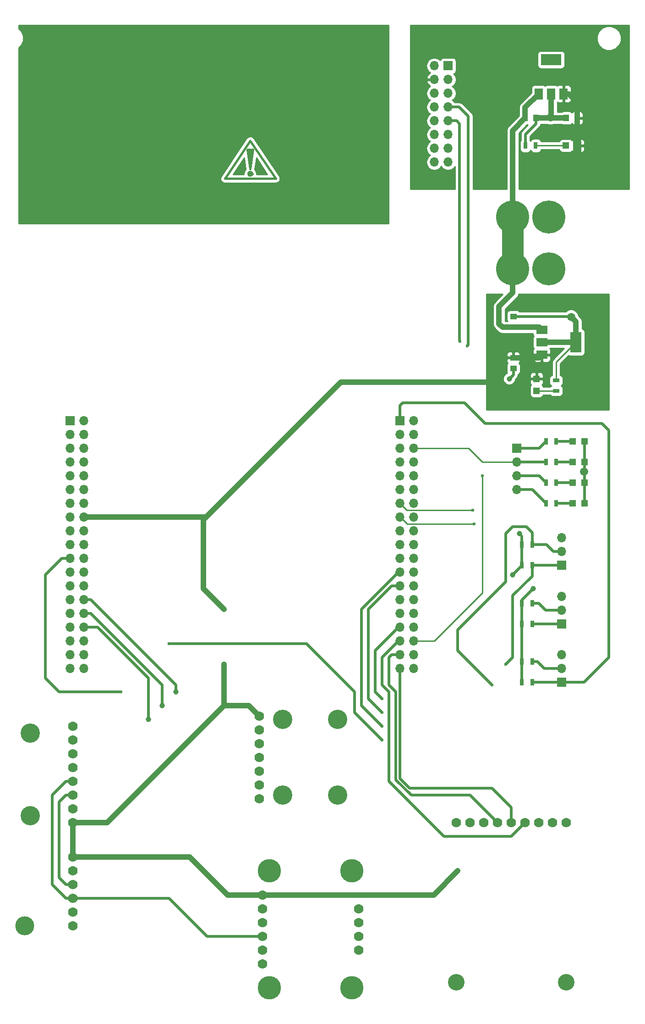
<source format=gtl>
G04 #@! TF.FileFunction,Copper,L1,Top,Signal*
%FSLAX46Y46*%
G04 Gerber Fmt 4.6, Leading zero omitted, Abs format (unit mm)*
G04 Created by KiCad (PCBNEW 4.0.7) date 01/10/18 13:14:11*
%MOMM*%
%LPD*%
G01*
G04 APERTURE LIST*
%ADD10C,0.100000*%
%ADD11C,0.381000*%
%ADD12R,2.000000X3.800000*%
%ADD13R,2.000000X1.500000*%
%ADD14R,1.700000X1.700000*%
%ADD15O,1.700000X1.700000*%
%ADD16R,3.800000X2.000000*%
%ADD17R,1.500000X2.000000*%
%ADD18R,0.700000X1.300000*%
%ADD19R,1.300000X0.700000*%
%ADD20R,1.200000X1.200000*%
%ADD21R,1.000000X1.250000*%
%ADD22R,1.250000X1.000000*%
%ADD23C,1.778000*%
%ADD24C,3.556000*%
%ADD25C,4.318000*%
%ADD26C,3.500000*%
%ADD27C,3.048000*%
%ADD28C,6.100000*%
%ADD29C,1.500000*%
%ADD30C,1.000000*%
%ADD31C,0.600000*%
%ADD32C,1.000000*%
%ADD33C,4.000000*%
%ADD34C,0.500000*%
%ADD35C,0.250000*%
%ADD36C,1.500000*%
%ADD37C,0.254000*%
G04 APERTURE END LIST*
D10*
D11*
X110236000Y-73533000D02*
X114935000Y-80518000D01*
X114935000Y-80518000D02*
X105537000Y-80518000D01*
X105537000Y-80518000D02*
X110236000Y-73533000D01*
X110363000Y-79629000D02*
G75*
G03X110363000Y-79629000I-127000J0D01*
G01*
X110595210Y-79629000D02*
G75*
G03X110595210Y-79629000I-359210J0D01*
G01*
X110236000Y-78740000D02*
X110109000Y-75184000D01*
X110236000Y-78613000D02*
X110363000Y-75184000D01*
X110236000Y-75184000D02*
X110744000Y-75184000D01*
X110744000Y-75184000D02*
X110236000Y-78740000D01*
X110236000Y-78740000D02*
X109728000Y-75184000D01*
X109728000Y-75184000D02*
X110236000Y-75184000D01*
D12*
X170434400Y-110718600D03*
D13*
X164134400Y-110718600D03*
X164134400Y-113018600D03*
X164134400Y-108418600D03*
D14*
X146812000Y-59690000D03*
D15*
X144272000Y-59690000D03*
X146812000Y-62230000D03*
X144272000Y-62230000D03*
X146812000Y-64770000D03*
X144272000Y-64770000D03*
X146812000Y-67310000D03*
X144272000Y-67310000D03*
X146812000Y-69850000D03*
X144272000Y-69850000D03*
X146812000Y-72390000D03*
X144272000Y-72390000D03*
X146812000Y-74930000D03*
X144272000Y-74930000D03*
X146812000Y-77470000D03*
X144272000Y-77470000D03*
D16*
X165862000Y-58572000D03*
D17*
X165862000Y-64872000D03*
X168162000Y-64872000D03*
X163562000Y-64872000D03*
D18*
X160467000Y-169672000D03*
X162367000Y-169672000D03*
X160467000Y-173482000D03*
X162367000Y-173482000D03*
X160467000Y-158877000D03*
X162367000Y-158877000D03*
X164912000Y-140462000D03*
X166812000Y-140462000D03*
X164912000Y-136652000D03*
X166812000Y-136652000D03*
X164912000Y-132842000D03*
X166812000Y-132842000D03*
X164912000Y-129032000D03*
X166812000Y-129032000D03*
X160467000Y-162687000D03*
X162367000Y-162687000D03*
X160467000Y-148082000D03*
X162367000Y-148082000D03*
X160467000Y-151892000D03*
X162367000Y-151892000D03*
X163002000Y-74422000D03*
X161102000Y-74422000D03*
D19*
X166789100Y-119669600D03*
X166789100Y-117769600D03*
D14*
X167767000Y-173482000D03*
D15*
X167767000Y-170942000D03*
X167767000Y-168402000D03*
D14*
X159512000Y-130302000D03*
D15*
X159512000Y-132842000D03*
X159512000Y-135382000D03*
X159512000Y-137922000D03*
D14*
X167767000Y-162687000D03*
D15*
X167767000Y-160147000D03*
X167767000Y-157607000D03*
D14*
X167767000Y-151892000D03*
D15*
X167767000Y-149352000D03*
X167767000Y-146812000D03*
D20*
X169842000Y-140462000D03*
X172042000Y-140462000D03*
X169842000Y-136652000D03*
X172042000Y-136652000D03*
X169842000Y-132842000D03*
X172042000Y-132842000D03*
X169842000Y-129032000D03*
X172042000Y-129032000D03*
X170772000Y-74422000D03*
X168572000Y-74422000D03*
X163156900Y-117479900D03*
X163156900Y-119679900D03*
D21*
X170672000Y-69342000D03*
X168672000Y-69342000D03*
D22*
X158864300Y-113554000D03*
X158864300Y-115554000D03*
D21*
X161052000Y-69342000D03*
X163052000Y-69342000D03*
D22*
X158915100Y-107959400D03*
X158915100Y-105959400D03*
D14*
X137922000Y-125222000D03*
D15*
X140462000Y-125222000D03*
X137922000Y-127762000D03*
X140462000Y-127762000D03*
X137922000Y-130302000D03*
X140462000Y-130302000D03*
X137922000Y-132842000D03*
X140462000Y-132842000D03*
X137922000Y-135382000D03*
X140462000Y-135382000D03*
X137922000Y-137922000D03*
X140462000Y-137922000D03*
X137922000Y-140462000D03*
X140462000Y-140462000D03*
X137922000Y-143002000D03*
X140462000Y-143002000D03*
X137922000Y-145542000D03*
X140462000Y-145542000D03*
X137922000Y-148082000D03*
X140462000Y-148082000D03*
X137922000Y-150622000D03*
X140462000Y-150622000D03*
X137922000Y-153162000D03*
X140462000Y-153162000D03*
X137922000Y-155702000D03*
X140462000Y-155702000D03*
X137922000Y-158242000D03*
X140462000Y-158242000D03*
X137922000Y-160782000D03*
X140462000Y-160782000D03*
X137922000Y-163322000D03*
X140462000Y-163322000D03*
X137922000Y-165862000D03*
X140462000Y-165862000D03*
X137922000Y-168402000D03*
X140462000Y-168402000D03*
X137922000Y-170942000D03*
X140462000Y-170942000D03*
D14*
X76962000Y-125222000D03*
D15*
X79502000Y-125222000D03*
X76962000Y-127762000D03*
X79502000Y-127762000D03*
X76962000Y-130302000D03*
X79502000Y-130302000D03*
X76962000Y-132842000D03*
X79502000Y-132842000D03*
X76962000Y-135382000D03*
X79502000Y-135382000D03*
X76962000Y-137922000D03*
X79502000Y-137922000D03*
X76962000Y-140462000D03*
X79502000Y-140462000D03*
X76962000Y-143002000D03*
X79502000Y-143002000D03*
X76962000Y-145542000D03*
X79502000Y-145542000D03*
X76962000Y-148082000D03*
X79502000Y-148082000D03*
X76962000Y-150622000D03*
X79502000Y-150622000D03*
X76962000Y-153162000D03*
X79502000Y-153162000D03*
X76962000Y-155702000D03*
X79502000Y-155702000D03*
X76962000Y-158242000D03*
X79502000Y-158242000D03*
X76962000Y-160782000D03*
X79502000Y-160782000D03*
X76962000Y-163322000D03*
X79502000Y-163322000D03*
X76962000Y-165862000D03*
X79502000Y-165862000D03*
X76962000Y-168402000D03*
X79502000Y-168402000D03*
X76962000Y-170942000D03*
X79502000Y-170942000D03*
D23*
X77470000Y-199390000D03*
X77470000Y-196850000D03*
X77470000Y-194310000D03*
X77470000Y-191770000D03*
X77470000Y-189230000D03*
X77470000Y-186690000D03*
X77470000Y-184150000D03*
X77470000Y-181610000D03*
D24*
X69596000Y-182880000D03*
X69596000Y-198120000D03*
D23*
X111887000Y-179705000D03*
X111887000Y-182245000D03*
X111887000Y-184785000D03*
X111887000Y-187325000D03*
X111887000Y-189865000D03*
X111887000Y-192405000D03*
X111887000Y-194945000D03*
D24*
X126365000Y-180340000D03*
X126365000Y-194310000D03*
X116205000Y-180340000D03*
X116205000Y-194310000D03*
D23*
X112522000Y-212725000D03*
X112522000Y-215265000D03*
X112522000Y-217805000D03*
X112522000Y-220345000D03*
X112522000Y-222885000D03*
X112522000Y-225425000D03*
X130302000Y-215265000D03*
X130302000Y-217805000D03*
X130302000Y-220345000D03*
X130302000Y-222885000D03*
D25*
X113792000Y-208280000D03*
X113792000Y-229870000D03*
X129032000Y-229870000D03*
X129032000Y-208280000D03*
D23*
X77470000Y-218440000D03*
X77470000Y-215900000D03*
X77470000Y-213360000D03*
X77470000Y-210820000D03*
X77470000Y-208280000D03*
X77470000Y-205740000D03*
D26*
X68580000Y-218440000D03*
D23*
X168656000Y-199390000D03*
X166116000Y-199390000D03*
X163576000Y-199390000D03*
X161036000Y-199390000D03*
X158496000Y-199390000D03*
X155956000Y-199390000D03*
X153416000Y-199390000D03*
X150876000Y-199390000D03*
X148336000Y-199390000D03*
D27*
X168656000Y-228854000D03*
X148336000Y-228854000D03*
D28*
X158750000Y-97155000D03*
X165450000Y-97155000D03*
X158750000Y-87630000D03*
X165450000Y-87630000D03*
D29*
X171958000Y-134620000D03*
D30*
X158115000Y-117475000D03*
D29*
X169545000Y-106045000D03*
X165735000Y-69215000D03*
D30*
X105410000Y-170180000D03*
X105410000Y-160020000D03*
X148590000Y-208280000D03*
X162560000Y-121920000D03*
X160020000Y-146050000D03*
X158750000Y-153670000D03*
X162560000Y-156210000D03*
D29*
X154432000Y-78994000D03*
X161544000Y-79248000D03*
D31*
X148996400Y-110566200D03*
X151366220Y-141721840D03*
X150368000Y-111404400D03*
X151635460Y-144282160D03*
X154940000Y-173990000D03*
X134620000Y-181610000D03*
X153162000Y-135382000D03*
X120650000Y-166370000D03*
X157480000Y-170180000D03*
X134620000Y-184150000D03*
X95250000Y-166370000D03*
X86360000Y-175260000D03*
D30*
X96520000Y-175260000D03*
X93980000Y-177800000D03*
X91440000Y-180340000D03*
D31*
X134620000Y-176530000D03*
X134620000Y-179070000D03*
D32*
X158750000Y-87630000D02*
X158750000Y-71644000D01*
X158750000Y-71644000D02*
X161052000Y-69342000D01*
D33*
X158750000Y-97155000D02*
X158750000Y-87630000D01*
D32*
X158915100Y-107959400D02*
X156854400Y-107959400D01*
X158750000Y-101600000D02*
X158750000Y-97155000D01*
X156210000Y-104140000D02*
X158750000Y-101600000D01*
X156210000Y-107315000D02*
X156210000Y-104140000D01*
X156854400Y-107959400D02*
X156210000Y-107315000D01*
X158915100Y-107959400D02*
X163675200Y-107959400D01*
X163675200Y-107959400D02*
X164134400Y-108418600D01*
X161052000Y-69342000D02*
X161052000Y-67382000D01*
X161052000Y-67382000D02*
X163562000Y-64872000D01*
D34*
X172042000Y-134366000D02*
X172042000Y-134536000D01*
X172042000Y-134536000D02*
X171958000Y-134620000D01*
X172042000Y-140462000D02*
X172042000Y-136652000D01*
X172042000Y-136652000D02*
X172042000Y-134366000D01*
X172042000Y-134366000D02*
X172042000Y-132842000D01*
X172042000Y-132842000D02*
X172042000Y-129032000D01*
X161102000Y-74422000D02*
X161102000Y-72324000D01*
X163052000Y-70374000D02*
X163052000Y-69342000D01*
X161102000Y-72324000D02*
X163052000Y-70374000D01*
X158864300Y-115554000D02*
X158864300Y-116725700D01*
X158864300Y-116725700D02*
X158115000Y-117475000D01*
X158915100Y-105959400D02*
X169459400Y-105959400D01*
D32*
X170434400Y-106934400D02*
X170434400Y-110718600D01*
X170434400Y-106934400D02*
X169545000Y-106045000D01*
D34*
X169459400Y-105959400D02*
X169545000Y-106045000D01*
D32*
X164134400Y-110718600D02*
X170434400Y-110718600D01*
X168672000Y-69342000D02*
X165862000Y-69342000D01*
X165862000Y-69342000D02*
X165735000Y-69215000D01*
X163052000Y-69342000D02*
X165608000Y-69342000D01*
X165862000Y-69088000D02*
X165735000Y-69215000D01*
X165862000Y-69088000D02*
X165862000Y-64872000D01*
X165608000Y-69342000D02*
X165735000Y-69215000D01*
D35*
X166789100Y-117769600D02*
X166789100Y-114363900D01*
X166789100Y-114363900D02*
X170434400Y-110718600D01*
D32*
X102870000Y-142240000D02*
X101600000Y-143510000D01*
X105410000Y-170180000D02*
X105410000Y-177800000D01*
X105410000Y-160020000D02*
X101600000Y-156210000D01*
X101600000Y-156210000D02*
X101600000Y-143510000D01*
X144145000Y-212725000D02*
X148590000Y-208280000D01*
X112522000Y-212725000D02*
X144145000Y-212725000D01*
D34*
X160467000Y-173482000D02*
X160467000Y-169672000D01*
X160467000Y-148082000D02*
X160467000Y-146497000D01*
X160467000Y-146497000D02*
X160020000Y-146050000D01*
X160467000Y-158877000D02*
X160467000Y-158303000D01*
X160467000Y-158303000D02*
X162560000Y-156210000D01*
X158750000Y-153670000D02*
X160467000Y-151953000D01*
X160467000Y-151953000D02*
X160467000Y-151892000D01*
X160467000Y-169672000D02*
X160467000Y-162687000D01*
D32*
X77470000Y-205740000D02*
X99060000Y-205740000D01*
X106045000Y-212725000D02*
X112522000Y-212725000D01*
X99060000Y-205740000D02*
X106045000Y-212725000D01*
X105410000Y-177800000D02*
X109982000Y-177800000D01*
X109982000Y-177800000D02*
X111887000Y-179705000D01*
X77470000Y-199390000D02*
X83820000Y-199390000D01*
X83820000Y-199390000D02*
X105410000Y-177800000D01*
X77470000Y-205740000D02*
X77470000Y-199390000D01*
X79502000Y-143002000D02*
X102108000Y-143002000D01*
X102108000Y-143002000D02*
X102870000Y-142240000D01*
X102870000Y-142240000D02*
X127000000Y-118110000D01*
X127000000Y-118110000D02*
X154940000Y-118110000D01*
D34*
X160467000Y-162687000D02*
X160467000Y-158877000D01*
X160467000Y-151892000D02*
X160467000Y-148082000D01*
D35*
X163156900Y-117479900D02*
X163156900Y-115595400D01*
X164134400Y-114617900D02*
X164134400Y-113018600D01*
X163156900Y-115595400D02*
X164134400Y-114617900D01*
D32*
X158864300Y-113554000D02*
X163599000Y-113554000D01*
X163599000Y-113554000D02*
X164134400Y-113018600D01*
D36*
X170672000Y-73660000D02*
X170672000Y-77486000D01*
X168910000Y-79248000D02*
X161544000Y-79248000D01*
X170672000Y-77486000D02*
X168910000Y-79248000D01*
D32*
X170672000Y-69342000D02*
X170672000Y-73660000D01*
X170672000Y-73660000D02*
X170672000Y-74322000D01*
X170672000Y-74322000D02*
X170772000Y-74422000D01*
X168162000Y-64872000D02*
X169189800Y-64872000D01*
X170672000Y-66354200D02*
X170672000Y-69342000D01*
X169189800Y-64872000D02*
X170672000Y-66354200D01*
D35*
X166789100Y-119669600D02*
X163167200Y-119669600D01*
X163167200Y-119669600D02*
X163156900Y-119679900D01*
X168572000Y-74422000D02*
X163002000Y-74422000D01*
D34*
X166812000Y-129032000D02*
X169842000Y-129032000D01*
X169842000Y-132842000D02*
X166812000Y-132842000D01*
X166812000Y-136652000D02*
X169842000Y-136652000D01*
X169842000Y-140462000D02*
X166812000Y-140462000D01*
X137922000Y-125222000D02*
X137922000Y-122428000D01*
X171958000Y-173482000D02*
X167767000Y-173482000D01*
X176530000Y-168910000D02*
X171958000Y-173482000D01*
X176530000Y-127000000D02*
X176530000Y-168910000D01*
X175260000Y-125730000D02*
X176530000Y-127000000D01*
X153670000Y-125730000D02*
X175260000Y-125730000D01*
X149860000Y-121920000D02*
X153670000Y-125730000D01*
X138430000Y-121920000D02*
X149860000Y-121920000D01*
X137922000Y-122428000D02*
X138430000Y-121920000D01*
X167767000Y-173482000D02*
X162367000Y-173482000D01*
D35*
X140462000Y-130302000D02*
X150622000Y-130302000D01*
X153162000Y-132842000D02*
X159512000Y-132842000D01*
X150622000Y-130302000D02*
X153162000Y-132842000D01*
D34*
X159512000Y-132842000D02*
X164912000Y-132842000D01*
X146812000Y-69850000D02*
X148386800Y-69850000D01*
X148920200Y-110490000D02*
X148996400Y-110566200D01*
X148920200Y-70383400D02*
X148920200Y-110490000D01*
X148386800Y-69850000D02*
X148920200Y-70383400D01*
D35*
X151363680Y-141724380D02*
X151366220Y-141721840D01*
X139192000Y-141724380D02*
X151363680Y-141724380D01*
X137929620Y-140462000D02*
X139192000Y-141724380D01*
X137922000Y-140462000D02*
X137929620Y-140462000D01*
D34*
X159512000Y-135382000D02*
X163642000Y-135382000D01*
X163642000Y-135382000D02*
X164912000Y-136652000D01*
X148869400Y-67310000D02*
X146812000Y-67310000D01*
X150558500Y-68999100D02*
X148869400Y-67310000D01*
X150558500Y-111213900D02*
X150558500Y-68999100D01*
X150368000Y-111404400D02*
X150558500Y-111213900D01*
D35*
X139235180Y-144269460D02*
X151622760Y-144269460D01*
X151622760Y-144269460D02*
X151635460Y-144282160D01*
X137967720Y-143002000D02*
X139235180Y-144269460D01*
X137922000Y-143002000D02*
X137967720Y-143002000D01*
X137922000Y-143002000D02*
X137922000Y-143009620D01*
D34*
X159512000Y-137922000D02*
X162372000Y-137922000D01*
X162372000Y-137922000D02*
X164912000Y-140462000D01*
X77470000Y-210820000D02*
X76200000Y-210820000D01*
X76200000Y-194310000D02*
X77470000Y-194310000D01*
X74930000Y-195580000D02*
X76200000Y-194310000D01*
X74930000Y-209550000D02*
X74930000Y-195580000D01*
X76200000Y-210820000D02*
X74930000Y-209550000D01*
X162367000Y-145857000D02*
X162367000Y-148082000D01*
X161290000Y-144780000D02*
X162367000Y-145857000D01*
X158750000Y-144780000D02*
X161290000Y-144780000D01*
X157480000Y-146050000D02*
X158750000Y-144780000D01*
X157480000Y-154940000D02*
X157480000Y-146050000D01*
X148590000Y-163830000D02*
X157480000Y-154940000D01*
X148590000Y-167640000D02*
X148590000Y-163830000D01*
X154940000Y-173990000D02*
X148590000Y-167640000D01*
X162367000Y-148082000D02*
X165036500Y-148082000D01*
X166306500Y-149352000D02*
X167767000Y-149352000D01*
X165036500Y-148082000D02*
X166306500Y-149352000D01*
X137922000Y-153162000D02*
X137668000Y-153162000D01*
X137668000Y-153162000D02*
X130810000Y-160020000D01*
X130810000Y-160020000D02*
X130810000Y-177800000D01*
X130810000Y-177800000D02*
X134620000Y-181610000D01*
X167767000Y-170942000D02*
X164617400Y-170942000D01*
X163347400Y-169672000D02*
X162367000Y-169672000D01*
X164617400Y-170942000D02*
X163347400Y-169672000D01*
D35*
X144272000Y-165862000D02*
X153162000Y-156972000D01*
X153162000Y-156972000D02*
X153162000Y-135382000D01*
X140462000Y-165862000D02*
X144272000Y-165862000D01*
D34*
X159512000Y-130302000D02*
X163642000Y-130302000D01*
X163642000Y-130302000D02*
X164912000Y-129032000D01*
X137922000Y-168402000D02*
X136398000Y-168402000D01*
X150876000Y-194310000D02*
X155956000Y-199390000D01*
X139980048Y-194310000D02*
X150876000Y-194310000D01*
X137160000Y-191489952D02*
X139980048Y-194310000D01*
X137160000Y-175260000D02*
X137160000Y-191489952D01*
X135890000Y-173990000D02*
X137160000Y-175260000D01*
X135890000Y-168910000D02*
X135890000Y-173990000D01*
X136398000Y-168402000D02*
X135890000Y-168910000D01*
X137922000Y-170942000D02*
X137922000Y-191262000D01*
X158496000Y-196596000D02*
X158496000Y-199390000D01*
X154940000Y-193040000D02*
X158496000Y-196596000D01*
X139700000Y-193040000D02*
X154940000Y-193040000D01*
X137922000Y-191262000D02*
X139700000Y-193040000D01*
X77470000Y-213360000D02*
X76200000Y-213360000D01*
X76200000Y-191770000D02*
X77470000Y-191770000D01*
X73660000Y-194310000D02*
X76200000Y-191770000D01*
X73660000Y-210820000D02*
X73660000Y-194310000D01*
X76200000Y-213360000D02*
X73660000Y-210820000D01*
X112522000Y-220345000D02*
X102235000Y-220345000D01*
X95250000Y-213360000D02*
X77470000Y-213360000D01*
X102235000Y-220345000D02*
X95250000Y-213360000D01*
X76962000Y-150622000D02*
X75438000Y-150622000D01*
X162367000Y-153863000D02*
X162367000Y-151892000D01*
X158750000Y-157480000D02*
X162367000Y-153863000D01*
X158750000Y-168910000D02*
X158750000Y-157480000D01*
X157480000Y-170180000D02*
X158750000Y-168910000D01*
X129540000Y-179070000D02*
X134620000Y-184150000D01*
X129540000Y-175260000D02*
X129540000Y-179070000D01*
X120650000Y-166370000D02*
X129540000Y-175260000D01*
X95250000Y-166370000D02*
X120650000Y-166370000D01*
X74930000Y-175260000D02*
X86360000Y-175260000D01*
X72390000Y-172720000D02*
X74930000Y-175260000D01*
X72390000Y-153670000D02*
X72390000Y-172720000D01*
X75438000Y-150622000D02*
X72390000Y-153670000D01*
X162367000Y-151892000D02*
X167767000Y-151892000D01*
X162367000Y-151892000D02*
X162687000Y-151892000D01*
X79502000Y-158242000D02*
X80772000Y-158242000D01*
X96520000Y-173990000D02*
X96520000Y-175260000D01*
X80772000Y-158242000D02*
X96520000Y-173990000D01*
X79502000Y-160782000D02*
X80772000Y-160782000D01*
X93980000Y-173990000D02*
X93980000Y-177800000D01*
X80772000Y-160782000D02*
X93980000Y-173990000D01*
X79502000Y-163322000D02*
X82042000Y-163322000D01*
X91440000Y-172720000D02*
X91440000Y-180340000D01*
X82042000Y-163322000D02*
X91440000Y-172720000D01*
X137922000Y-163322000D02*
X137668000Y-163322000D01*
X137668000Y-163322000D02*
X133350000Y-167640000D01*
X133350000Y-167640000D02*
X133350000Y-175260000D01*
X133350000Y-175260000D02*
X134620000Y-176530000D01*
X162367000Y-162687000D02*
X167767000Y-162687000D01*
X137922000Y-155702000D02*
X136398000Y-155702000D01*
X132080000Y-176530000D02*
X134620000Y-179070000D01*
X132080000Y-160020000D02*
X132080000Y-176530000D01*
X136398000Y-155702000D02*
X132080000Y-160020000D01*
X167767000Y-160147000D02*
X164871400Y-160147000D01*
X164871400Y-160147000D02*
X163601400Y-158877000D01*
X163601400Y-158877000D02*
X162367000Y-158877000D01*
X137922000Y-165862000D02*
X137668000Y-165862000D01*
X137668000Y-165862000D02*
X134620000Y-168910000D01*
X134620000Y-168910000D02*
X134620000Y-173990000D01*
X134620000Y-173990000D02*
X135890000Y-175260000D01*
X135890000Y-175260000D02*
X135890000Y-182880000D01*
X135890000Y-182880000D02*
X135890000Y-191770000D01*
X135890000Y-191770000D02*
X139700000Y-195580000D01*
X139700000Y-195580000D02*
X146050000Y-201930000D01*
X146050000Y-201930000D02*
X158496000Y-201930000D01*
X158496000Y-201930000D02*
X161036000Y-199390000D01*
D37*
G36*
X180213000Y-82423000D02*
X159885000Y-82423000D01*
X159885000Y-72114132D01*
X161384692Y-70614440D01*
X161552000Y-70614440D01*
X161561830Y-70612590D01*
X160476210Y-71698210D01*
X160284367Y-71985325D01*
X160284367Y-71985326D01*
X160216999Y-72324000D01*
X160217000Y-72324005D01*
X160217000Y-73430203D01*
X160155569Y-73520110D01*
X160104560Y-73772000D01*
X160104560Y-75072000D01*
X160148838Y-75307317D01*
X160287910Y-75523441D01*
X160500110Y-75668431D01*
X160752000Y-75719440D01*
X161452000Y-75719440D01*
X161687317Y-75675162D01*
X161903441Y-75536090D01*
X162048431Y-75323890D01*
X162051081Y-75310803D01*
X162187910Y-75523441D01*
X162400110Y-75668431D01*
X162652000Y-75719440D01*
X163352000Y-75719440D01*
X163587317Y-75675162D01*
X163803441Y-75536090D01*
X163948431Y-75323890D01*
X163977164Y-75182000D01*
X167354666Y-75182000D01*
X167368838Y-75257317D01*
X167507910Y-75473441D01*
X167720110Y-75618431D01*
X167972000Y-75669440D01*
X169172000Y-75669440D01*
X169407317Y-75625162D01*
X169623441Y-75486090D01*
X169669969Y-75417994D01*
X169812302Y-75560327D01*
X170045691Y-75657000D01*
X170486250Y-75657000D01*
X170645000Y-75498250D01*
X170645000Y-74549000D01*
X170899000Y-74549000D01*
X170899000Y-75498250D01*
X171057750Y-75657000D01*
X171498309Y-75657000D01*
X171731698Y-75560327D01*
X171910327Y-75381699D01*
X172007000Y-75148310D01*
X172007000Y-74707750D01*
X171848250Y-74549000D01*
X170899000Y-74549000D01*
X170645000Y-74549000D01*
X170625000Y-74549000D01*
X170625000Y-74295000D01*
X170645000Y-74295000D01*
X170645000Y-73345750D01*
X170899000Y-73345750D01*
X170899000Y-74295000D01*
X171848250Y-74295000D01*
X172007000Y-74136250D01*
X172007000Y-73695690D01*
X171910327Y-73462301D01*
X171731698Y-73283673D01*
X171498309Y-73187000D01*
X171057750Y-73187000D01*
X170899000Y-73345750D01*
X170645000Y-73345750D01*
X170486250Y-73187000D01*
X170045691Y-73187000D01*
X169812302Y-73283673D01*
X169671064Y-73424910D01*
X169636090Y-73370559D01*
X169423890Y-73225569D01*
X169172000Y-73174560D01*
X167972000Y-73174560D01*
X167736683Y-73218838D01*
X167520559Y-73357910D01*
X167375569Y-73570110D01*
X167356961Y-73662000D01*
X163978742Y-73662000D01*
X163955162Y-73536683D01*
X163816090Y-73320559D01*
X163603890Y-73175569D01*
X163352000Y-73124560D01*
X162652000Y-73124560D01*
X162416683Y-73168838D01*
X162200559Y-73307910D01*
X162055569Y-73520110D01*
X162052919Y-73533197D01*
X161987000Y-73430756D01*
X161987000Y-72690580D01*
X163677787Y-70999792D01*
X163677790Y-70999790D01*
X163869633Y-70712675D01*
X163914225Y-70488499D01*
X163932095Y-70477000D01*
X165162662Y-70477000D01*
X165458298Y-70599759D01*
X166009285Y-70600240D01*
X166307549Y-70477000D01*
X167793614Y-70477000D01*
X167920110Y-70563431D01*
X168172000Y-70614440D01*
X169172000Y-70614440D01*
X169407317Y-70570162D01*
X169623441Y-70431090D01*
X169669969Y-70362994D01*
X169812302Y-70505327D01*
X170045691Y-70602000D01*
X170386250Y-70602000D01*
X170545000Y-70443250D01*
X170545000Y-69469000D01*
X170799000Y-69469000D01*
X170799000Y-70443250D01*
X170957750Y-70602000D01*
X171298309Y-70602000D01*
X171531698Y-70505327D01*
X171710327Y-70326699D01*
X171807000Y-70093310D01*
X171807000Y-69627750D01*
X171648250Y-69469000D01*
X170799000Y-69469000D01*
X170545000Y-69469000D01*
X170525000Y-69469000D01*
X170525000Y-69215000D01*
X170545000Y-69215000D01*
X170545000Y-68240750D01*
X170799000Y-68240750D01*
X170799000Y-69215000D01*
X171648250Y-69215000D01*
X171807000Y-69056250D01*
X171807000Y-68590690D01*
X171710327Y-68357301D01*
X171531698Y-68178673D01*
X171298309Y-68082000D01*
X170957750Y-68082000D01*
X170799000Y-68240750D01*
X170545000Y-68240750D01*
X170386250Y-68082000D01*
X170045691Y-68082000D01*
X169812302Y-68178673D01*
X169671064Y-68319910D01*
X169636090Y-68265559D01*
X169423890Y-68120569D01*
X169172000Y-68069560D01*
X168172000Y-68069560D01*
X167936683Y-68113838D01*
X167791905Y-68207000D01*
X166997000Y-68207000D01*
X166997000Y-66378844D01*
X167011492Y-66369518D01*
X167052301Y-66410327D01*
X167285690Y-66507000D01*
X167876250Y-66507000D01*
X168035000Y-66348250D01*
X168035000Y-64999000D01*
X168289000Y-64999000D01*
X168289000Y-66348250D01*
X168447750Y-66507000D01*
X169038310Y-66507000D01*
X169271699Y-66410327D01*
X169450327Y-66231698D01*
X169547000Y-65998309D01*
X169547000Y-65157750D01*
X169388250Y-64999000D01*
X168289000Y-64999000D01*
X168035000Y-64999000D01*
X168015000Y-64999000D01*
X168015000Y-64745000D01*
X168035000Y-64745000D01*
X168035000Y-63395750D01*
X168289000Y-63395750D01*
X168289000Y-64745000D01*
X169388250Y-64745000D01*
X169547000Y-64586250D01*
X169547000Y-63745691D01*
X169450327Y-63512302D01*
X169271699Y-63333673D01*
X169038310Y-63237000D01*
X168447750Y-63237000D01*
X168289000Y-63395750D01*
X168035000Y-63395750D01*
X167876250Y-63237000D01*
X167285690Y-63237000D01*
X167052301Y-63333673D01*
X167010340Y-63375634D01*
X166863890Y-63275569D01*
X166612000Y-63224560D01*
X165112000Y-63224560D01*
X164876683Y-63268838D01*
X164710523Y-63375759D01*
X164563890Y-63275569D01*
X164312000Y-63224560D01*
X162812000Y-63224560D01*
X162576683Y-63268838D01*
X162360559Y-63407910D01*
X162215569Y-63620110D01*
X162164560Y-63872000D01*
X162164560Y-64664308D01*
X160249434Y-66579434D01*
X160003397Y-66947654D01*
X159917000Y-67382000D01*
X159917000Y-68655569D01*
X159904560Y-68717000D01*
X159904560Y-68884308D01*
X157947434Y-70841434D01*
X157701397Y-71209654D01*
X157615000Y-71644000D01*
X157615000Y-82423000D01*
X151443500Y-82423000D01*
X151443500Y-68999105D01*
X151443501Y-68999100D01*
X151376133Y-68660425D01*
X151329538Y-68590690D01*
X151184290Y-68373310D01*
X151184287Y-68373308D01*
X149495190Y-66684210D01*
X149208075Y-66492367D01*
X149151884Y-66481190D01*
X148869400Y-66424999D01*
X148869395Y-66425000D01*
X148001432Y-66425000D01*
X147891147Y-66259946D01*
X147561974Y-66040000D01*
X147891147Y-65820054D01*
X148213054Y-65338285D01*
X148326093Y-64770000D01*
X148213054Y-64201715D01*
X147891147Y-63719946D01*
X147561974Y-63500000D01*
X147891147Y-63280054D01*
X148213054Y-62798285D01*
X148326093Y-62230000D01*
X148213054Y-61661715D01*
X147891147Y-61179946D01*
X147849548Y-61152150D01*
X147897317Y-61143162D01*
X148113441Y-61004090D01*
X148258431Y-60791890D01*
X148309440Y-60540000D01*
X148309440Y-58840000D01*
X148265162Y-58604683D01*
X148126090Y-58388559D01*
X147913890Y-58243569D01*
X147662000Y-58192560D01*
X145962000Y-58192560D01*
X145726683Y-58236838D01*
X145510559Y-58375910D01*
X145365569Y-58588110D01*
X145354159Y-58644454D01*
X145351147Y-58639946D01*
X144869378Y-58318039D01*
X144301093Y-58205000D01*
X144242907Y-58205000D01*
X143674622Y-58318039D01*
X143192853Y-58639946D01*
X142870946Y-59121715D01*
X142757907Y-59690000D01*
X142870946Y-60258285D01*
X143192853Y-60740054D01*
X143533553Y-60967702D01*
X143390642Y-61034817D01*
X143000355Y-61463076D01*
X142830524Y-61873110D01*
X142951845Y-62103000D01*
X144145000Y-62103000D01*
X144145000Y-62083000D01*
X144399000Y-62083000D01*
X144399000Y-62103000D01*
X144419000Y-62103000D01*
X144419000Y-62357000D01*
X144399000Y-62357000D01*
X144399000Y-62377000D01*
X144145000Y-62377000D01*
X144145000Y-62357000D01*
X142951845Y-62357000D01*
X142830524Y-62586890D01*
X143000355Y-62996924D01*
X143390642Y-63425183D01*
X143533553Y-63492298D01*
X143192853Y-63719946D01*
X142870946Y-64201715D01*
X142757907Y-64770000D01*
X142870946Y-65338285D01*
X143192853Y-65820054D01*
X143522026Y-66040000D01*
X143192853Y-66259946D01*
X142870946Y-66741715D01*
X142757907Y-67310000D01*
X142870946Y-67878285D01*
X143192853Y-68360054D01*
X143522026Y-68580000D01*
X143192853Y-68799946D01*
X142870946Y-69281715D01*
X142757907Y-69850000D01*
X142870946Y-70418285D01*
X143192853Y-70900054D01*
X143522026Y-71120000D01*
X143192853Y-71339946D01*
X142870946Y-71821715D01*
X142757907Y-72390000D01*
X142870946Y-72958285D01*
X143192853Y-73440054D01*
X143522026Y-73660000D01*
X143192853Y-73879946D01*
X142870946Y-74361715D01*
X142757907Y-74930000D01*
X142870946Y-75498285D01*
X143192853Y-75980054D01*
X143522026Y-76200000D01*
X143192853Y-76419946D01*
X142870946Y-76901715D01*
X142757907Y-77470000D01*
X142870946Y-78038285D01*
X143192853Y-78520054D01*
X143674622Y-78841961D01*
X144242907Y-78955000D01*
X144301093Y-78955000D01*
X144869378Y-78841961D01*
X145351147Y-78520054D01*
X145542000Y-78234422D01*
X145732853Y-78520054D01*
X146214622Y-78841961D01*
X146782907Y-78955000D01*
X146841093Y-78955000D01*
X147409378Y-78841961D01*
X147891147Y-78520054D01*
X148035200Y-78304463D01*
X148035200Y-82423000D01*
X139827000Y-82423000D01*
X139827000Y-57572000D01*
X163314560Y-57572000D01*
X163314560Y-59572000D01*
X163358838Y-59807317D01*
X163497910Y-60023441D01*
X163710110Y-60168431D01*
X163962000Y-60219440D01*
X167762000Y-60219440D01*
X167997317Y-60175162D01*
X168213441Y-60036090D01*
X168358431Y-59823890D01*
X168409440Y-59572000D01*
X168409440Y-57572000D01*
X168365162Y-57336683D01*
X168226090Y-57120559D01*
X168013890Y-56975569D01*
X167762000Y-56924560D01*
X163962000Y-56924560D01*
X163726683Y-56968838D01*
X163510559Y-57107910D01*
X163365569Y-57320110D01*
X163314560Y-57572000D01*
X139827000Y-57572000D01*
X139827000Y-55052619D01*
X174294613Y-55052619D01*
X174634155Y-55874372D01*
X175262321Y-56503636D01*
X176083481Y-56844611D01*
X176972619Y-56845387D01*
X177794372Y-56505845D01*
X178423636Y-55877679D01*
X178764611Y-55056519D01*
X178765387Y-54167381D01*
X178425845Y-53345628D01*
X177797679Y-52716364D01*
X176976519Y-52375389D01*
X176087381Y-52374613D01*
X175265628Y-52714155D01*
X174636364Y-53342321D01*
X174295389Y-54163481D01*
X174294613Y-55052619D01*
X139827000Y-55052619D01*
X139827000Y-52197000D01*
X180213000Y-52197000D01*
X180213000Y-82423000D01*
X180213000Y-82423000D01*
G37*
X180213000Y-82423000D02*
X159885000Y-82423000D01*
X159885000Y-72114132D01*
X161384692Y-70614440D01*
X161552000Y-70614440D01*
X161561830Y-70612590D01*
X160476210Y-71698210D01*
X160284367Y-71985325D01*
X160284367Y-71985326D01*
X160216999Y-72324000D01*
X160217000Y-72324005D01*
X160217000Y-73430203D01*
X160155569Y-73520110D01*
X160104560Y-73772000D01*
X160104560Y-75072000D01*
X160148838Y-75307317D01*
X160287910Y-75523441D01*
X160500110Y-75668431D01*
X160752000Y-75719440D01*
X161452000Y-75719440D01*
X161687317Y-75675162D01*
X161903441Y-75536090D01*
X162048431Y-75323890D01*
X162051081Y-75310803D01*
X162187910Y-75523441D01*
X162400110Y-75668431D01*
X162652000Y-75719440D01*
X163352000Y-75719440D01*
X163587317Y-75675162D01*
X163803441Y-75536090D01*
X163948431Y-75323890D01*
X163977164Y-75182000D01*
X167354666Y-75182000D01*
X167368838Y-75257317D01*
X167507910Y-75473441D01*
X167720110Y-75618431D01*
X167972000Y-75669440D01*
X169172000Y-75669440D01*
X169407317Y-75625162D01*
X169623441Y-75486090D01*
X169669969Y-75417994D01*
X169812302Y-75560327D01*
X170045691Y-75657000D01*
X170486250Y-75657000D01*
X170645000Y-75498250D01*
X170645000Y-74549000D01*
X170899000Y-74549000D01*
X170899000Y-75498250D01*
X171057750Y-75657000D01*
X171498309Y-75657000D01*
X171731698Y-75560327D01*
X171910327Y-75381699D01*
X172007000Y-75148310D01*
X172007000Y-74707750D01*
X171848250Y-74549000D01*
X170899000Y-74549000D01*
X170645000Y-74549000D01*
X170625000Y-74549000D01*
X170625000Y-74295000D01*
X170645000Y-74295000D01*
X170645000Y-73345750D01*
X170899000Y-73345750D01*
X170899000Y-74295000D01*
X171848250Y-74295000D01*
X172007000Y-74136250D01*
X172007000Y-73695690D01*
X171910327Y-73462301D01*
X171731698Y-73283673D01*
X171498309Y-73187000D01*
X171057750Y-73187000D01*
X170899000Y-73345750D01*
X170645000Y-73345750D01*
X170486250Y-73187000D01*
X170045691Y-73187000D01*
X169812302Y-73283673D01*
X169671064Y-73424910D01*
X169636090Y-73370559D01*
X169423890Y-73225569D01*
X169172000Y-73174560D01*
X167972000Y-73174560D01*
X167736683Y-73218838D01*
X167520559Y-73357910D01*
X167375569Y-73570110D01*
X167356961Y-73662000D01*
X163978742Y-73662000D01*
X163955162Y-73536683D01*
X163816090Y-73320559D01*
X163603890Y-73175569D01*
X163352000Y-73124560D01*
X162652000Y-73124560D01*
X162416683Y-73168838D01*
X162200559Y-73307910D01*
X162055569Y-73520110D01*
X162052919Y-73533197D01*
X161987000Y-73430756D01*
X161987000Y-72690580D01*
X163677787Y-70999792D01*
X163677790Y-70999790D01*
X163869633Y-70712675D01*
X163914225Y-70488499D01*
X163932095Y-70477000D01*
X165162662Y-70477000D01*
X165458298Y-70599759D01*
X166009285Y-70600240D01*
X166307549Y-70477000D01*
X167793614Y-70477000D01*
X167920110Y-70563431D01*
X168172000Y-70614440D01*
X169172000Y-70614440D01*
X169407317Y-70570162D01*
X169623441Y-70431090D01*
X169669969Y-70362994D01*
X169812302Y-70505327D01*
X170045691Y-70602000D01*
X170386250Y-70602000D01*
X170545000Y-70443250D01*
X170545000Y-69469000D01*
X170799000Y-69469000D01*
X170799000Y-70443250D01*
X170957750Y-70602000D01*
X171298309Y-70602000D01*
X171531698Y-70505327D01*
X171710327Y-70326699D01*
X171807000Y-70093310D01*
X171807000Y-69627750D01*
X171648250Y-69469000D01*
X170799000Y-69469000D01*
X170545000Y-69469000D01*
X170525000Y-69469000D01*
X170525000Y-69215000D01*
X170545000Y-69215000D01*
X170545000Y-68240750D01*
X170799000Y-68240750D01*
X170799000Y-69215000D01*
X171648250Y-69215000D01*
X171807000Y-69056250D01*
X171807000Y-68590690D01*
X171710327Y-68357301D01*
X171531698Y-68178673D01*
X171298309Y-68082000D01*
X170957750Y-68082000D01*
X170799000Y-68240750D01*
X170545000Y-68240750D01*
X170386250Y-68082000D01*
X170045691Y-68082000D01*
X169812302Y-68178673D01*
X169671064Y-68319910D01*
X169636090Y-68265559D01*
X169423890Y-68120569D01*
X169172000Y-68069560D01*
X168172000Y-68069560D01*
X167936683Y-68113838D01*
X167791905Y-68207000D01*
X166997000Y-68207000D01*
X166997000Y-66378844D01*
X167011492Y-66369518D01*
X167052301Y-66410327D01*
X167285690Y-66507000D01*
X167876250Y-66507000D01*
X168035000Y-66348250D01*
X168035000Y-64999000D01*
X168289000Y-64999000D01*
X168289000Y-66348250D01*
X168447750Y-66507000D01*
X169038310Y-66507000D01*
X169271699Y-66410327D01*
X169450327Y-66231698D01*
X169547000Y-65998309D01*
X169547000Y-65157750D01*
X169388250Y-64999000D01*
X168289000Y-64999000D01*
X168035000Y-64999000D01*
X168015000Y-64999000D01*
X168015000Y-64745000D01*
X168035000Y-64745000D01*
X168035000Y-63395750D01*
X168289000Y-63395750D01*
X168289000Y-64745000D01*
X169388250Y-64745000D01*
X169547000Y-64586250D01*
X169547000Y-63745691D01*
X169450327Y-63512302D01*
X169271699Y-63333673D01*
X169038310Y-63237000D01*
X168447750Y-63237000D01*
X168289000Y-63395750D01*
X168035000Y-63395750D01*
X167876250Y-63237000D01*
X167285690Y-63237000D01*
X167052301Y-63333673D01*
X167010340Y-63375634D01*
X166863890Y-63275569D01*
X166612000Y-63224560D01*
X165112000Y-63224560D01*
X164876683Y-63268838D01*
X164710523Y-63375759D01*
X164563890Y-63275569D01*
X164312000Y-63224560D01*
X162812000Y-63224560D01*
X162576683Y-63268838D01*
X162360559Y-63407910D01*
X162215569Y-63620110D01*
X162164560Y-63872000D01*
X162164560Y-64664308D01*
X160249434Y-66579434D01*
X160003397Y-66947654D01*
X159917000Y-67382000D01*
X159917000Y-68655569D01*
X159904560Y-68717000D01*
X159904560Y-68884308D01*
X157947434Y-70841434D01*
X157701397Y-71209654D01*
X157615000Y-71644000D01*
X157615000Y-82423000D01*
X151443500Y-82423000D01*
X151443500Y-68999105D01*
X151443501Y-68999100D01*
X151376133Y-68660425D01*
X151329538Y-68590690D01*
X151184290Y-68373310D01*
X151184287Y-68373308D01*
X149495190Y-66684210D01*
X149208075Y-66492367D01*
X149151884Y-66481190D01*
X148869400Y-66424999D01*
X148869395Y-66425000D01*
X148001432Y-66425000D01*
X147891147Y-66259946D01*
X147561974Y-66040000D01*
X147891147Y-65820054D01*
X148213054Y-65338285D01*
X148326093Y-64770000D01*
X148213054Y-64201715D01*
X147891147Y-63719946D01*
X147561974Y-63500000D01*
X147891147Y-63280054D01*
X148213054Y-62798285D01*
X148326093Y-62230000D01*
X148213054Y-61661715D01*
X147891147Y-61179946D01*
X147849548Y-61152150D01*
X147897317Y-61143162D01*
X148113441Y-61004090D01*
X148258431Y-60791890D01*
X148309440Y-60540000D01*
X148309440Y-58840000D01*
X148265162Y-58604683D01*
X148126090Y-58388559D01*
X147913890Y-58243569D01*
X147662000Y-58192560D01*
X145962000Y-58192560D01*
X145726683Y-58236838D01*
X145510559Y-58375910D01*
X145365569Y-58588110D01*
X145354159Y-58644454D01*
X145351147Y-58639946D01*
X144869378Y-58318039D01*
X144301093Y-58205000D01*
X144242907Y-58205000D01*
X143674622Y-58318039D01*
X143192853Y-58639946D01*
X142870946Y-59121715D01*
X142757907Y-59690000D01*
X142870946Y-60258285D01*
X143192853Y-60740054D01*
X143533553Y-60967702D01*
X143390642Y-61034817D01*
X143000355Y-61463076D01*
X142830524Y-61873110D01*
X142951845Y-62103000D01*
X144145000Y-62103000D01*
X144145000Y-62083000D01*
X144399000Y-62083000D01*
X144399000Y-62103000D01*
X144419000Y-62103000D01*
X144419000Y-62357000D01*
X144399000Y-62357000D01*
X144399000Y-62377000D01*
X144145000Y-62377000D01*
X144145000Y-62357000D01*
X142951845Y-62357000D01*
X142830524Y-62586890D01*
X143000355Y-62996924D01*
X143390642Y-63425183D01*
X143533553Y-63492298D01*
X143192853Y-63719946D01*
X142870946Y-64201715D01*
X142757907Y-64770000D01*
X142870946Y-65338285D01*
X143192853Y-65820054D01*
X143522026Y-66040000D01*
X143192853Y-66259946D01*
X142870946Y-66741715D01*
X142757907Y-67310000D01*
X142870946Y-67878285D01*
X143192853Y-68360054D01*
X143522026Y-68580000D01*
X143192853Y-68799946D01*
X142870946Y-69281715D01*
X142757907Y-69850000D01*
X142870946Y-70418285D01*
X143192853Y-70900054D01*
X143522026Y-71120000D01*
X143192853Y-71339946D01*
X142870946Y-71821715D01*
X142757907Y-72390000D01*
X142870946Y-72958285D01*
X143192853Y-73440054D01*
X143522026Y-73660000D01*
X143192853Y-73879946D01*
X142870946Y-74361715D01*
X142757907Y-74930000D01*
X142870946Y-75498285D01*
X143192853Y-75980054D01*
X143522026Y-76200000D01*
X143192853Y-76419946D01*
X142870946Y-76901715D01*
X142757907Y-77470000D01*
X142870946Y-78038285D01*
X143192853Y-78520054D01*
X143674622Y-78841961D01*
X144242907Y-78955000D01*
X144301093Y-78955000D01*
X144869378Y-78841961D01*
X145351147Y-78520054D01*
X145542000Y-78234422D01*
X145732853Y-78520054D01*
X146214622Y-78841961D01*
X146782907Y-78955000D01*
X146841093Y-78955000D01*
X147409378Y-78841961D01*
X147891147Y-78520054D01*
X148035200Y-78304463D01*
X148035200Y-82423000D01*
X139827000Y-82423000D01*
X139827000Y-57572000D01*
X163314560Y-57572000D01*
X163314560Y-59572000D01*
X163358838Y-59807317D01*
X163497910Y-60023441D01*
X163710110Y-60168431D01*
X163962000Y-60219440D01*
X167762000Y-60219440D01*
X167997317Y-60175162D01*
X168213441Y-60036090D01*
X168358431Y-59823890D01*
X168409440Y-59572000D01*
X168409440Y-57572000D01*
X168365162Y-57336683D01*
X168226090Y-57120559D01*
X168013890Y-56975569D01*
X167762000Y-56924560D01*
X163962000Y-56924560D01*
X163726683Y-56968838D01*
X163510559Y-57107910D01*
X163365569Y-57320110D01*
X163314560Y-57572000D01*
X139827000Y-57572000D01*
X139827000Y-55052619D01*
X174294613Y-55052619D01*
X174634155Y-55874372D01*
X175262321Y-56503636D01*
X176083481Y-56844611D01*
X176972619Y-56845387D01*
X177794372Y-56505845D01*
X178423636Y-55877679D01*
X178764611Y-55056519D01*
X178765387Y-54167381D01*
X178425845Y-53345628D01*
X177797679Y-52716364D01*
X176976519Y-52375389D01*
X176087381Y-52374613D01*
X175265628Y-52714155D01*
X174636364Y-53342321D01*
X174295389Y-54163481D01*
X174294613Y-55052619D01*
X139827000Y-55052619D01*
X139827000Y-52197000D01*
X180213000Y-52197000D01*
X180213000Y-82423000D01*
G36*
X155407434Y-103337434D02*
X155161397Y-103705654D01*
X155075000Y-104140000D01*
X155075000Y-107315000D01*
X155161397Y-107749346D01*
X155407434Y-108117566D01*
X156051834Y-108761966D01*
X156420054Y-109008003D01*
X156854400Y-109094400D01*
X158228669Y-109094400D01*
X158290100Y-109106840D01*
X159540100Y-109106840D01*
X159606213Y-109094400D01*
X162486960Y-109094400D01*
X162486960Y-109168600D01*
X162531238Y-109403917D01*
X162638159Y-109570077D01*
X162537969Y-109716710D01*
X162486960Y-109968600D01*
X162486960Y-111468600D01*
X162531238Y-111703917D01*
X162636882Y-111868092D01*
X162596073Y-111908901D01*
X162499400Y-112142290D01*
X162499400Y-112732850D01*
X162658150Y-112891600D01*
X164007400Y-112891600D01*
X164007400Y-112871600D01*
X164261400Y-112871600D01*
X164261400Y-112891600D01*
X165610650Y-112891600D01*
X165769400Y-112732850D01*
X165769400Y-112142290D01*
X165672727Y-111908901D01*
X165630766Y-111866940D01*
X165639881Y-111853600D01*
X168224598Y-111853600D01*
X166251699Y-113826499D01*
X166086952Y-114073061D01*
X166029100Y-114363900D01*
X166029100Y-116792858D01*
X165903783Y-116816438D01*
X165687659Y-116955510D01*
X165542669Y-117167710D01*
X165491660Y-117419600D01*
X165491660Y-118119600D01*
X165535938Y-118354917D01*
X165675010Y-118571041D01*
X165887210Y-118716031D01*
X165900297Y-118718681D01*
X165687659Y-118855510D01*
X165650701Y-118909600D01*
X164372296Y-118909600D01*
X164360062Y-118844583D01*
X164220990Y-118628459D01*
X164152894Y-118581931D01*
X164295227Y-118439598D01*
X164391900Y-118206209D01*
X164391900Y-117765650D01*
X164233150Y-117606900D01*
X163283900Y-117606900D01*
X163283900Y-117626900D01*
X163029900Y-117626900D01*
X163029900Y-117606900D01*
X162080650Y-117606900D01*
X161921900Y-117765650D01*
X161921900Y-118206209D01*
X162018573Y-118439598D01*
X162159810Y-118580836D01*
X162105459Y-118615810D01*
X161960469Y-118828010D01*
X161909460Y-119079900D01*
X161909460Y-120279900D01*
X161953738Y-120515217D01*
X162092810Y-120731341D01*
X162305010Y-120876331D01*
X162556900Y-120927340D01*
X163756900Y-120927340D01*
X163992217Y-120883062D01*
X164208341Y-120743990D01*
X164353331Y-120531790D01*
X164374025Y-120429600D01*
X165648343Y-120429600D01*
X165675010Y-120471041D01*
X165887210Y-120616031D01*
X166139100Y-120667040D01*
X167439100Y-120667040D01*
X167674417Y-120622762D01*
X167890541Y-120483690D01*
X168035531Y-120271490D01*
X168086540Y-120019600D01*
X168086540Y-119319600D01*
X168042262Y-119084283D01*
X167903190Y-118868159D01*
X167690990Y-118723169D01*
X167677903Y-118720519D01*
X167890541Y-118583690D01*
X168035531Y-118371490D01*
X168086540Y-118119600D01*
X168086540Y-117419600D01*
X168042262Y-117184283D01*
X167903190Y-116968159D01*
X167690990Y-116823169D01*
X167549100Y-116794436D01*
X167549100Y-114678702D01*
X169081671Y-113146131D01*
X169182510Y-113215031D01*
X169434400Y-113266040D01*
X171434400Y-113266040D01*
X171669717Y-113221762D01*
X171885841Y-113082690D01*
X172030831Y-112870490D01*
X172081840Y-112618600D01*
X172081840Y-108818600D01*
X172037562Y-108583283D01*
X171898490Y-108367159D01*
X171686290Y-108222169D01*
X171569400Y-108198498D01*
X171569400Y-106934400D01*
X171564705Y-106910797D01*
X171483004Y-106500055D01*
X171236967Y-106131834D01*
X170930193Y-105825060D01*
X170930240Y-105770715D01*
X170719831Y-105261485D01*
X170330564Y-104871539D01*
X169821702Y-104660241D01*
X169270715Y-104659760D01*
X168761485Y-104870169D01*
X168556898Y-105074400D01*
X160046944Y-105074400D01*
X160004190Y-105007959D01*
X159791990Y-104862969D01*
X159540100Y-104811960D01*
X158290100Y-104811960D01*
X158054783Y-104856238D01*
X157838659Y-104995310D01*
X157693669Y-105207510D01*
X157642660Y-105459400D01*
X157642660Y-106459400D01*
X157686938Y-106694717D01*
X157770387Y-106824400D01*
X157345000Y-106824400D01*
X157345000Y-104610132D01*
X159552566Y-102402567D01*
X159798603Y-102034346D01*
X159834476Y-101854000D01*
X176530000Y-101854000D01*
X176530000Y-123190000D01*
X153924000Y-123190000D01*
X153924000Y-117699775D01*
X156979803Y-117699775D01*
X157152233Y-118117086D01*
X157471235Y-118436645D01*
X157888244Y-118609803D01*
X158339775Y-118610197D01*
X158757086Y-118437767D01*
X159076645Y-118118765D01*
X159249803Y-117701756D01*
X159249899Y-117591680D01*
X159490087Y-117351492D01*
X159490090Y-117351490D01*
X159681933Y-117064375D01*
X159703588Y-116955510D01*
X159743753Y-116753591D01*
X161921900Y-116753591D01*
X161921900Y-117194150D01*
X162080650Y-117352900D01*
X163029900Y-117352900D01*
X163029900Y-116403650D01*
X163283900Y-116403650D01*
X163283900Y-117352900D01*
X164233150Y-117352900D01*
X164391900Y-117194150D01*
X164391900Y-116753591D01*
X164295227Y-116520202D01*
X164116599Y-116341573D01*
X163883210Y-116244900D01*
X163442650Y-116244900D01*
X163283900Y-116403650D01*
X163029900Y-116403650D01*
X162871150Y-116244900D01*
X162430590Y-116244900D01*
X162197201Y-116341573D01*
X162018573Y-116520202D01*
X161921900Y-116753591D01*
X159743753Y-116753591D01*
X159749301Y-116725700D01*
X159749300Y-116725695D01*
X159749300Y-116641279D01*
X159940741Y-116518090D01*
X160085731Y-116305890D01*
X160136740Y-116054000D01*
X160136740Y-115054000D01*
X160092462Y-114818683D01*
X159953390Y-114602559D01*
X159885294Y-114556031D01*
X160027627Y-114413698D01*
X160124300Y-114180309D01*
X160124300Y-113839750D01*
X159965550Y-113681000D01*
X158991300Y-113681000D01*
X158991300Y-113701000D01*
X158737300Y-113701000D01*
X158737300Y-113681000D01*
X157763050Y-113681000D01*
X157604300Y-113839750D01*
X157604300Y-114180309D01*
X157700973Y-114413698D01*
X157842210Y-114554936D01*
X157787859Y-114589910D01*
X157642869Y-114802110D01*
X157591860Y-115054000D01*
X157591860Y-116054000D01*
X157636138Y-116289317D01*
X157715169Y-116412135D01*
X157472914Y-116512233D01*
X157153355Y-116831235D01*
X156980197Y-117248244D01*
X156979803Y-117699775D01*
X153924000Y-117699775D01*
X153924000Y-112927691D01*
X157604300Y-112927691D01*
X157604300Y-113268250D01*
X157763050Y-113427000D01*
X158737300Y-113427000D01*
X158737300Y-112577750D01*
X158991300Y-112577750D01*
X158991300Y-113427000D01*
X159965550Y-113427000D01*
X160088200Y-113304350D01*
X162499400Y-113304350D01*
X162499400Y-113894910D01*
X162596073Y-114128299D01*
X162774702Y-114306927D01*
X163008091Y-114403600D01*
X163848650Y-114403600D01*
X164007400Y-114244850D01*
X164007400Y-113145600D01*
X164261400Y-113145600D01*
X164261400Y-114244850D01*
X164420150Y-114403600D01*
X165260709Y-114403600D01*
X165494098Y-114306927D01*
X165672727Y-114128299D01*
X165769400Y-113894910D01*
X165769400Y-113304350D01*
X165610650Y-113145600D01*
X164261400Y-113145600D01*
X164007400Y-113145600D01*
X162658150Y-113145600D01*
X162499400Y-113304350D01*
X160088200Y-113304350D01*
X160124300Y-113268250D01*
X160124300Y-112927691D01*
X160027627Y-112694302D01*
X159848999Y-112515673D01*
X159615610Y-112419000D01*
X159150050Y-112419000D01*
X158991300Y-112577750D01*
X158737300Y-112577750D01*
X158578550Y-112419000D01*
X158112990Y-112419000D01*
X157879601Y-112515673D01*
X157700973Y-112694302D01*
X157604300Y-112927691D01*
X153924000Y-112927691D01*
X153924000Y-101854000D01*
X156890867Y-101854000D01*
X155407434Y-103337434D01*
X155407434Y-103337434D01*
G37*
X155407434Y-103337434D02*
X155161397Y-103705654D01*
X155075000Y-104140000D01*
X155075000Y-107315000D01*
X155161397Y-107749346D01*
X155407434Y-108117566D01*
X156051834Y-108761966D01*
X156420054Y-109008003D01*
X156854400Y-109094400D01*
X158228669Y-109094400D01*
X158290100Y-109106840D01*
X159540100Y-109106840D01*
X159606213Y-109094400D01*
X162486960Y-109094400D01*
X162486960Y-109168600D01*
X162531238Y-109403917D01*
X162638159Y-109570077D01*
X162537969Y-109716710D01*
X162486960Y-109968600D01*
X162486960Y-111468600D01*
X162531238Y-111703917D01*
X162636882Y-111868092D01*
X162596073Y-111908901D01*
X162499400Y-112142290D01*
X162499400Y-112732850D01*
X162658150Y-112891600D01*
X164007400Y-112891600D01*
X164007400Y-112871600D01*
X164261400Y-112871600D01*
X164261400Y-112891600D01*
X165610650Y-112891600D01*
X165769400Y-112732850D01*
X165769400Y-112142290D01*
X165672727Y-111908901D01*
X165630766Y-111866940D01*
X165639881Y-111853600D01*
X168224598Y-111853600D01*
X166251699Y-113826499D01*
X166086952Y-114073061D01*
X166029100Y-114363900D01*
X166029100Y-116792858D01*
X165903783Y-116816438D01*
X165687659Y-116955510D01*
X165542669Y-117167710D01*
X165491660Y-117419600D01*
X165491660Y-118119600D01*
X165535938Y-118354917D01*
X165675010Y-118571041D01*
X165887210Y-118716031D01*
X165900297Y-118718681D01*
X165687659Y-118855510D01*
X165650701Y-118909600D01*
X164372296Y-118909600D01*
X164360062Y-118844583D01*
X164220990Y-118628459D01*
X164152894Y-118581931D01*
X164295227Y-118439598D01*
X164391900Y-118206209D01*
X164391900Y-117765650D01*
X164233150Y-117606900D01*
X163283900Y-117606900D01*
X163283900Y-117626900D01*
X163029900Y-117626900D01*
X163029900Y-117606900D01*
X162080650Y-117606900D01*
X161921900Y-117765650D01*
X161921900Y-118206209D01*
X162018573Y-118439598D01*
X162159810Y-118580836D01*
X162105459Y-118615810D01*
X161960469Y-118828010D01*
X161909460Y-119079900D01*
X161909460Y-120279900D01*
X161953738Y-120515217D01*
X162092810Y-120731341D01*
X162305010Y-120876331D01*
X162556900Y-120927340D01*
X163756900Y-120927340D01*
X163992217Y-120883062D01*
X164208341Y-120743990D01*
X164353331Y-120531790D01*
X164374025Y-120429600D01*
X165648343Y-120429600D01*
X165675010Y-120471041D01*
X165887210Y-120616031D01*
X166139100Y-120667040D01*
X167439100Y-120667040D01*
X167674417Y-120622762D01*
X167890541Y-120483690D01*
X168035531Y-120271490D01*
X168086540Y-120019600D01*
X168086540Y-119319600D01*
X168042262Y-119084283D01*
X167903190Y-118868159D01*
X167690990Y-118723169D01*
X167677903Y-118720519D01*
X167890541Y-118583690D01*
X168035531Y-118371490D01*
X168086540Y-118119600D01*
X168086540Y-117419600D01*
X168042262Y-117184283D01*
X167903190Y-116968159D01*
X167690990Y-116823169D01*
X167549100Y-116794436D01*
X167549100Y-114678702D01*
X169081671Y-113146131D01*
X169182510Y-113215031D01*
X169434400Y-113266040D01*
X171434400Y-113266040D01*
X171669717Y-113221762D01*
X171885841Y-113082690D01*
X172030831Y-112870490D01*
X172081840Y-112618600D01*
X172081840Y-108818600D01*
X172037562Y-108583283D01*
X171898490Y-108367159D01*
X171686290Y-108222169D01*
X171569400Y-108198498D01*
X171569400Y-106934400D01*
X171564705Y-106910797D01*
X171483004Y-106500055D01*
X171236967Y-106131834D01*
X170930193Y-105825060D01*
X170930240Y-105770715D01*
X170719831Y-105261485D01*
X170330564Y-104871539D01*
X169821702Y-104660241D01*
X169270715Y-104659760D01*
X168761485Y-104870169D01*
X168556898Y-105074400D01*
X160046944Y-105074400D01*
X160004190Y-105007959D01*
X159791990Y-104862969D01*
X159540100Y-104811960D01*
X158290100Y-104811960D01*
X158054783Y-104856238D01*
X157838659Y-104995310D01*
X157693669Y-105207510D01*
X157642660Y-105459400D01*
X157642660Y-106459400D01*
X157686938Y-106694717D01*
X157770387Y-106824400D01*
X157345000Y-106824400D01*
X157345000Y-104610132D01*
X159552566Y-102402567D01*
X159798603Y-102034346D01*
X159834476Y-101854000D01*
X176530000Y-101854000D01*
X176530000Y-123190000D01*
X153924000Y-123190000D01*
X153924000Y-117699775D01*
X156979803Y-117699775D01*
X157152233Y-118117086D01*
X157471235Y-118436645D01*
X157888244Y-118609803D01*
X158339775Y-118610197D01*
X158757086Y-118437767D01*
X159076645Y-118118765D01*
X159249803Y-117701756D01*
X159249899Y-117591680D01*
X159490087Y-117351492D01*
X159490090Y-117351490D01*
X159681933Y-117064375D01*
X159703588Y-116955510D01*
X159743753Y-116753591D01*
X161921900Y-116753591D01*
X161921900Y-117194150D01*
X162080650Y-117352900D01*
X163029900Y-117352900D01*
X163029900Y-116403650D01*
X163283900Y-116403650D01*
X163283900Y-117352900D01*
X164233150Y-117352900D01*
X164391900Y-117194150D01*
X164391900Y-116753591D01*
X164295227Y-116520202D01*
X164116599Y-116341573D01*
X163883210Y-116244900D01*
X163442650Y-116244900D01*
X163283900Y-116403650D01*
X163029900Y-116403650D01*
X162871150Y-116244900D01*
X162430590Y-116244900D01*
X162197201Y-116341573D01*
X162018573Y-116520202D01*
X161921900Y-116753591D01*
X159743753Y-116753591D01*
X159749301Y-116725700D01*
X159749300Y-116725695D01*
X159749300Y-116641279D01*
X159940741Y-116518090D01*
X160085731Y-116305890D01*
X160136740Y-116054000D01*
X160136740Y-115054000D01*
X160092462Y-114818683D01*
X159953390Y-114602559D01*
X159885294Y-114556031D01*
X160027627Y-114413698D01*
X160124300Y-114180309D01*
X160124300Y-113839750D01*
X159965550Y-113681000D01*
X158991300Y-113681000D01*
X158991300Y-113701000D01*
X158737300Y-113701000D01*
X158737300Y-113681000D01*
X157763050Y-113681000D01*
X157604300Y-113839750D01*
X157604300Y-114180309D01*
X157700973Y-114413698D01*
X157842210Y-114554936D01*
X157787859Y-114589910D01*
X157642869Y-114802110D01*
X157591860Y-115054000D01*
X157591860Y-116054000D01*
X157636138Y-116289317D01*
X157715169Y-116412135D01*
X157472914Y-116512233D01*
X157153355Y-116831235D01*
X156980197Y-117248244D01*
X156979803Y-117699775D01*
X153924000Y-117699775D01*
X153924000Y-112927691D01*
X157604300Y-112927691D01*
X157604300Y-113268250D01*
X157763050Y-113427000D01*
X158737300Y-113427000D01*
X158737300Y-112577750D01*
X158991300Y-112577750D01*
X158991300Y-113427000D01*
X159965550Y-113427000D01*
X160088200Y-113304350D01*
X162499400Y-113304350D01*
X162499400Y-113894910D01*
X162596073Y-114128299D01*
X162774702Y-114306927D01*
X163008091Y-114403600D01*
X163848650Y-114403600D01*
X164007400Y-114244850D01*
X164007400Y-113145600D01*
X164261400Y-113145600D01*
X164261400Y-114244850D01*
X164420150Y-114403600D01*
X165260709Y-114403600D01*
X165494098Y-114306927D01*
X165672727Y-114128299D01*
X165769400Y-113894910D01*
X165769400Y-113304350D01*
X165610650Y-113145600D01*
X164261400Y-113145600D01*
X164007400Y-113145600D01*
X162658150Y-113145600D01*
X162499400Y-113304350D01*
X160088200Y-113304350D01*
X160124300Y-113268250D01*
X160124300Y-112927691D01*
X160027627Y-112694302D01*
X159848999Y-112515673D01*
X159615610Y-112419000D01*
X159150050Y-112419000D01*
X158991300Y-112577750D01*
X158737300Y-112577750D01*
X158578550Y-112419000D01*
X158112990Y-112419000D01*
X157879601Y-112515673D01*
X157700973Y-112694302D01*
X157604300Y-112927691D01*
X153924000Y-112927691D01*
X153924000Y-101854000D01*
X156890867Y-101854000D01*
X155407434Y-103337434D01*
G36*
X135763000Y-88773000D02*
X67437000Y-88773000D01*
X67437000Y-80518000D01*
X104711500Y-80518000D01*
X104727111Y-80596483D01*
X104726860Y-80676506D01*
X104758225Y-80752906D01*
X104774337Y-80833905D01*
X104818795Y-80900441D01*
X104849186Y-80974468D01*
X104907401Y-81033049D01*
X104953283Y-81101717D01*
X105019819Y-81146175D01*
X105076225Y-81202936D01*
X105152426Y-81234780D01*
X105221095Y-81280663D01*
X105299579Y-81296274D01*
X105373413Y-81327129D01*
X105456000Y-81327388D01*
X105537000Y-81343500D01*
X114935000Y-81343500D01*
X115016000Y-81327388D01*
X115098587Y-81327129D01*
X115172419Y-81296275D01*
X115250905Y-81280663D01*
X115319577Y-81234778D01*
X115395775Y-81202935D01*
X115452178Y-81146177D01*
X115518717Y-81101717D01*
X115564602Y-81033046D01*
X115622814Y-80974467D01*
X115653204Y-80900442D01*
X115697663Y-80833905D01*
X115713775Y-80752904D01*
X115745140Y-80676505D01*
X115744889Y-80596483D01*
X115760500Y-80518000D01*
X115744388Y-80437000D01*
X115744129Y-80354412D01*
X115713274Y-80280579D01*
X115697663Y-80202095D01*
X115651778Y-80133424D01*
X115619935Y-80057225D01*
X110920936Y-73072225D01*
X110808424Y-72960417D01*
X110696775Y-72848065D01*
X110694342Y-72847048D01*
X110692468Y-72845186D01*
X110545745Y-72784950D01*
X110399587Y-72723871D01*
X110396948Y-72723863D01*
X110394506Y-72722860D01*
X110236000Y-72723358D01*
X110077494Y-72722860D01*
X110075052Y-72723863D01*
X110072413Y-72723871D01*
X109926188Y-72784978D01*
X109779532Y-72845186D01*
X109777660Y-72847047D01*
X109775225Y-72848064D01*
X109663496Y-72960496D01*
X109551064Y-73072225D01*
X104852064Y-80057225D01*
X104820220Y-80133426D01*
X104774337Y-80202095D01*
X104758726Y-80280579D01*
X104727871Y-80354413D01*
X104727612Y-80437000D01*
X104711500Y-80518000D01*
X67437000Y-80518000D01*
X67437000Y-56373448D01*
X67933636Y-55877679D01*
X67945153Y-55849943D01*
X67955360Y-55844610D01*
X68111554Y-55449203D01*
X68274611Y-55056519D01*
X68274629Y-55036381D01*
X68282026Y-55017654D01*
X68275016Y-54592575D01*
X68275387Y-54167381D01*
X68267697Y-54148770D01*
X68267365Y-54128637D01*
X67955360Y-53375390D01*
X67946155Y-53370580D01*
X67935845Y-53345628D01*
X67437000Y-52845911D01*
X67437000Y-52197000D01*
X135763000Y-52197000D01*
X135763000Y-88773000D01*
X135763000Y-88773000D01*
G37*
X135763000Y-88773000D02*
X67437000Y-88773000D01*
X67437000Y-80518000D01*
X104711500Y-80518000D01*
X104727111Y-80596483D01*
X104726860Y-80676506D01*
X104758225Y-80752906D01*
X104774337Y-80833905D01*
X104818795Y-80900441D01*
X104849186Y-80974468D01*
X104907401Y-81033049D01*
X104953283Y-81101717D01*
X105019819Y-81146175D01*
X105076225Y-81202936D01*
X105152426Y-81234780D01*
X105221095Y-81280663D01*
X105299579Y-81296274D01*
X105373413Y-81327129D01*
X105456000Y-81327388D01*
X105537000Y-81343500D01*
X114935000Y-81343500D01*
X115016000Y-81327388D01*
X115098587Y-81327129D01*
X115172419Y-81296275D01*
X115250905Y-81280663D01*
X115319577Y-81234778D01*
X115395775Y-81202935D01*
X115452178Y-81146177D01*
X115518717Y-81101717D01*
X115564602Y-81033046D01*
X115622814Y-80974467D01*
X115653204Y-80900442D01*
X115697663Y-80833905D01*
X115713775Y-80752904D01*
X115745140Y-80676505D01*
X115744889Y-80596483D01*
X115760500Y-80518000D01*
X115744388Y-80437000D01*
X115744129Y-80354412D01*
X115713274Y-80280579D01*
X115697663Y-80202095D01*
X115651778Y-80133424D01*
X115619935Y-80057225D01*
X110920936Y-73072225D01*
X110808424Y-72960417D01*
X110696775Y-72848065D01*
X110694342Y-72847048D01*
X110692468Y-72845186D01*
X110545745Y-72784950D01*
X110399587Y-72723871D01*
X110396948Y-72723863D01*
X110394506Y-72722860D01*
X110236000Y-72723358D01*
X110077494Y-72722860D01*
X110075052Y-72723863D01*
X110072413Y-72723871D01*
X109926188Y-72784978D01*
X109779532Y-72845186D01*
X109777660Y-72847047D01*
X109775225Y-72848064D01*
X109663496Y-72960496D01*
X109551064Y-73072225D01*
X104852064Y-80057225D01*
X104820220Y-80133426D01*
X104774337Y-80202095D01*
X104758726Y-80280579D01*
X104727871Y-80354413D01*
X104727612Y-80437000D01*
X104711500Y-80518000D01*
X67437000Y-80518000D01*
X67437000Y-56373448D01*
X67933636Y-55877679D01*
X67945153Y-55849943D01*
X67955360Y-55844610D01*
X68111554Y-55449203D01*
X68274611Y-55056519D01*
X68274629Y-55036381D01*
X68282026Y-55017654D01*
X68275016Y-54592575D01*
X68275387Y-54167381D01*
X68267697Y-54148770D01*
X68267365Y-54128637D01*
X67955360Y-53375390D01*
X67946155Y-53370580D01*
X67935845Y-53345628D01*
X67437000Y-52845911D01*
X67437000Y-52197000D01*
X135763000Y-52197000D01*
X135763000Y-88773000D01*
G36*
X109408473Y-78784476D02*
X109398284Y-78791284D01*
X109141471Y-79175631D01*
X109051290Y-79629000D01*
X109063921Y-79692500D01*
X107087248Y-79692500D01*
X109108886Y-76687363D01*
X109408473Y-78784476D01*
X109408473Y-78784476D01*
G37*
X109408473Y-78784476D02*
X109398284Y-78791284D01*
X109141471Y-79175631D01*
X109051290Y-79629000D01*
X109063921Y-79692500D01*
X107087248Y-79692500D01*
X109108886Y-76687363D01*
X109408473Y-78784476D01*
G36*
X110666796Y-79450559D02*
X110702290Y-79629000D01*
X110689659Y-79692500D01*
X109782341Y-79692500D01*
X109769710Y-79629000D01*
X109805204Y-79450559D01*
X109809128Y-79444687D01*
X109815413Y-79450322D01*
X109884873Y-79474755D01*
X109947517Y-79513452D01*
X109991214Y-79520533D01*
X110031127Y-79539673D01*
X110076444Y-79542143D01*
X110119257Y-79557203D01*
X110192779Y-79553196D01*
X110265463Y-79564974D01*
X110308544Y-79554794D01*
X110352743Y-79557203D01*
X110395553Y-79542144D01*
X110440873Y-79539674D01*
X110507267Y-79507835D01*
X110578924Y-79490902D01*
X110614829Y-79465011D01*
X110656587Y-79450322D01*
X110662872Y-79444687D01*
X110666796Y-79450559D01*
X110666796Y-79450559D01*
G37*
X110666796Y-79450559D02*
X110702290Y-79629000D01*
X110689659Y-79692500D01*
X109782341Y-79692500D01*
X109769710Y-79629000D01*
X109805204Y-79450559D01*
X109809128Y-79444687D01*
X109815413Y-79450322D01*
X109884873Y-79474755D01*
X109947517Y-79513452D01*
X109991214Y-79520533D01*
X110031127Y-79539673D01*
X110076444Y-79542143D01*
X110119257Y-79557203D01*
X110192779Y-79553196D01*
X110265463Y-79564974D01*
X110308544Y-79554794D01*
X110352743Y-79557203D01*
X110395553Y-79542144D01*
X110440873Y-79539674D01*
X110507267Y-79507835D01*
X110578924Y-79490902D01*
X110614829Y-79465011D01*
X110656587Y-79450322D01*
X110662872Y-79444687D01*
X110666796Y-79450559D01*
G36*
X113384752Y-79692500D02*
X111408079Y-79692500D01*
X111420710Y-79629000D01*
X111330529Y-79175631D01*
X111073716Y-78791284D01*
X111063527Y-78784476D01*
X111363114Y-76687363D01*
X113384752Y-79692500D01*
X113384752Y-79692500D01*
G37*
X113384752Y-79692500D02*
X111408079Y-79692500D01*
X111420710Y-79629000D01*
X111330529Y-79175631D01*
X111073716Y-78791284D01*
X111063527Y-78784476D01*
X111363114Y-76687363D01*
X113384752Y-79692500D01*
M02*

</source>
